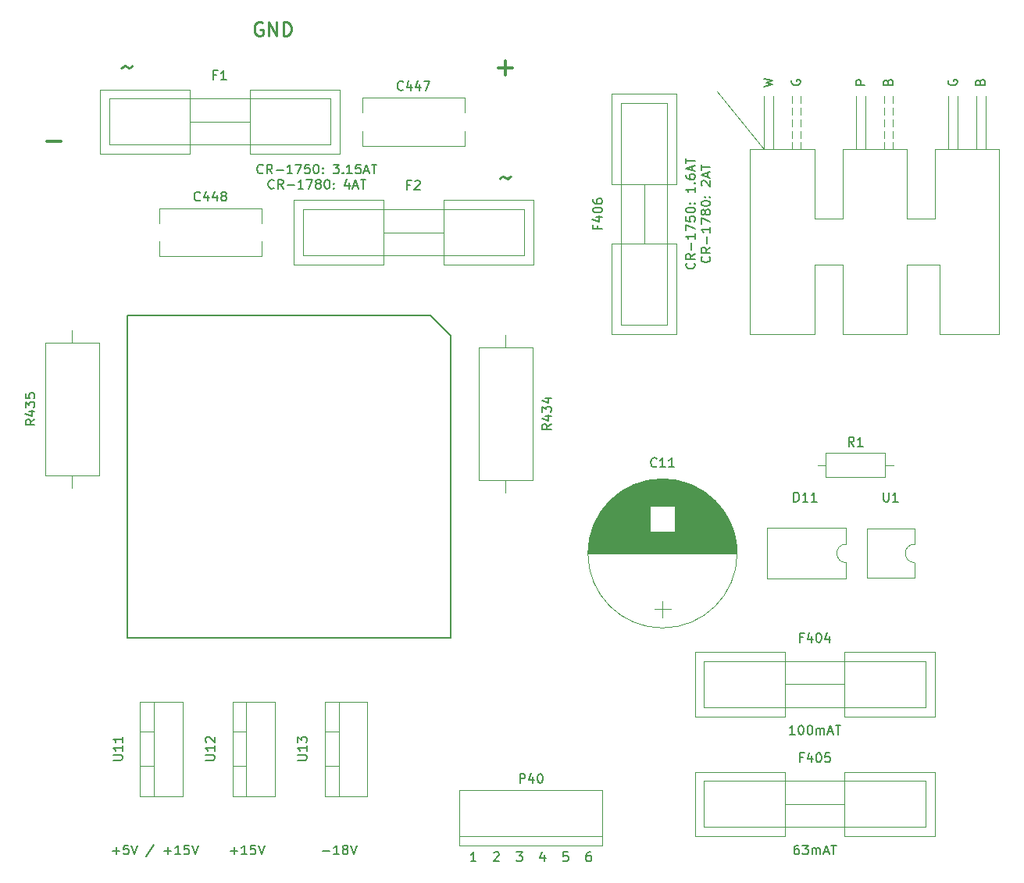
<source format=gbr>
%TF.GenerationSoftware,KiCad,Pcbnew,(5.1.7)-1*%
%TF.CreationDate,2021-11-13T12:13:23+01:00*%
%TF.ProjectId,cr-17xx-psu-board,63722d31-3778-4782-9d70-73752d626f61,rev?*%
%TF.SameCoordinates,Original*%
%TF.FileFunction,Legend,Top*%
%TF.FilePolarity,Positive*%
%FSLAX46Y46*%
G04 Gerber Fmt 4.6, Leading zero omitted, Abs format (unit mm)*
G04 Created by KiCad (PCBNEW (5.1.7)-1) date 2021-11-13 12:13:23*
%MOMM*%
%LPD*%
G01*
G04 APERTURE LIST*
%ADD10C,0.150000*%
%ADD11C,0.225000*%
%ADD12C,0.300000*%
%ADD13C,0.120000*%
G04 APERTURE END LIST*
D10*
X82190476Y-113202380D02*
X82000000Y-113202380D01*
X81904761Y-113250000D01*
X81857142Y-113297619D01*
X81761904Y-113440476D01*
X81714285Y-113630952D01*
X81714285Y-114011904D01*
X81761904Y-114107142D01*
X81809523Y-114154761D01*
X81904761Y-114202380D01*
X82095238Y-114202380D01*
X82190476Y-114154761D01*
X82238095Y-114107142D01*
X82285714Y-114011904D01*
X82285714Y-113773809D01*
X82238095Y-113678571D01*
X82190476Y-113630952D01*
X82095238Y-113583333D01*
X81904761Y-113583333D01*
X81809523Y-113630952D01*
X81761904Y-113678571D01*
X81714285Y-113773809D01*
X79738095Y-113202380D02*
X79261904Y-113202380D01*
X79214285Y-113678571D01*
X79261904Y-113630952D01*
X79357142Y-113583333D01*
X79595238Y-113583333D01*
X79690476Y-113630952D01*
X79738095Y-113678571D01*
X79785714Y-113773809D01*
X79785714Y-114011904D01*
X79738095Y-114107142D01*
X79690476Y-114154761D01*
X79595238Y-114202380D01*
X79357142Y-114202380D01*
X79261904Y-114154761D01*
X79214285Y-114107142D01*
X77190476Y-113535714D02*
X77190476Y-114202380D01*
X76952380Y-113154761D02*
X76714285Y-113869047D01*
X77333333Y-113869047D01*
X74166666Y-113202380D02*
X74785714Y-113202380D01*
X74452380Y-113583333D01*
X74595238Y-113583333D01*
X74690476Y-113630952D01*
X74738095Y-113678571D01*
X74785714Y-113773809D01*
X74785714Y-114011904D01*
X74738095Y-114107142D01*
X74690476Y-114154761D01*
X74595238Y-114202380D01*
X74309523Y-114202380D01*
X74214285Y-114154761D01*
X74166666Y-114107142D01*
X71714285Y-113297619D02*
X71761904Y-113250000D01*
X71857142Y-113202380D01*
X72095238Y-113202380D01*
X72190476Y-113250000D01*
X72238095Y-113297619D01*
X72285714Y-113392857D01*
X72285714Y-113488095D01*
X72238095Y-113630952D01*
X71666666Y-114202380D01*
X72285714Y-114202380D01*
X69785714Y-114202380D02*
X69214285Y-114202380D01*
X69500000Y-114202380D02*
X69500000Y-113202380D01*
X69404761Y-113345238D01*
X69309523Y-113440476D01*
X69214285Y-113488095D01*
D11*
X72345238Y-40178571D02*
X72464285Y-40059523D01*
X72702380Y-39940476D01*
X73178571Y-40178571D01*
X73416666Y-40059523D01*
X73535714Y-39940476D01*
X31345238Y-28178571D02*
X31464285Y-28059523D01*
X31702380Y-27940476D01*
X32178571Y-28178571D01*
X32416666Y-28059523D01*
X32535714Y-27940476D01*
X46607142Y-23250000D02*
X46464285Y-23178571D01*
X46250000Y-23178571D01*
X46035714Y-23250000D01*
X45892857Y-23392857D01*
X45821428Y-23535714D01*
X45750000Y-23821428D01*
X45750000Y-24035714D01*
X45821428Y-24321428D01*
X45892857Y-24464285D01*
X46035714Y-24607142D01*
X46250000Y-24678571D01*
X46392857Y-24678571D01*
X46607142Y-24607142D01*
X46678571Y-24535714D01*
X46678571Y-24035714D01*
X46392857Y-24035714D01*
X47321428Y-24678571D02*
X47321428Y-23178571D01*
X48178571Y-24678571D01*
X48178571Y-23178571D01*
X48892857Y-24678571D02*
X48892857Y-23178571D01*
X49250000Y-23178571D01*
X49464285Y-23250000D01*
X49607142Y-23392857D01*
X49678571Y-23535714D01*
X49750000Y-23821428D01*
X49750000Y-24035714D01*
X49678571Y-24321428D01*
X49607142Y-24464285D01*
X49464285Y-24607142D01*
X49250000Y-24678571D01*
X48892857Y-24678571D01*
D10*
X53188095Y-113071428D02*
X53950000Y-113071428D01*
X54950000Y-113452380D02*
X54378571Y-113452380D01*
X54664285Y-113452380D02*
X54664285Y-112452380D01*
X54569047Y-112595238D01*
X54473809Y-112690476D01*
X54378571Y-112738095D01*
X55521428Y-112880952D02*
X55426190Y-112833333D01*
X55378571Y-112785714D01*
X55330952Y-112690476D01*
X55330952Y-112642857D01*
X55378571Y-112547619D01*
X55426190Y-112500000D01*
X55521428Y-112452380D01*
X55711904Y-112452380D01*
X55807142Y-112500000D01*
X55854761Y-112547619D01*
X55902380Y-112642857D01*
X55902380Y-112690476D01*
X55854761Y-112785714D01*
X55807142Y-112833333D01*
X55711904Y-112880952D01*
X55521428Y-112880952D01*
X55426190Y-112928571D01*
X55378571Y-112976190D01*
X55330952Y-113071428D01*
X55330952Y-113261904D01*
X55378571Y-113357142D01*
X55426190Y-113404761D01*
X55521428Y-113452380D01*
X55711904Y-113452380D01*
X55807142Y-113404761D01*
X55854761Y-113357142D01*
X55902380Y-113261904D01*
X55902380Y-113071428D01*
X55854761Y-112976190D01*
X55807142Y-112928571D01*
X55711904Y-112880952D01*
X56188095Y-112452380D02*
X56521428Y-113452380D01*
X56854761Y-112452380D01*
X43188095Y-113071428D02*
X43950000Y-113071428D01*
X43569047Y-113452380D02*
X43569047Y-112690476D01*
X44950000Y-113452380D02*
X44378571Y-113452380D01*
X44664285Y-113452380D02*
X44664285Y-112452380D01*
X44569047Y-112595238D01*
X44473809Y-112690476D01*
X44378571Y-112738095D01*
X45854761Y-112452380D02*
X45378571Y-112452380D01*
X45330952Y-112928571D01*
X45378571Y-112880952D01*
X45473809Y-112833333D01*
X45711904Y-112833333D01*
X45807142Y-112880952D01*
X45854761Y-112928571D01*
X45902380Y-113023809D01*
X45902380Y-113261904D01*
X45854761Y-113357142D01*
X45807142Y-113404761D01*
X45711904Y-113452380D01*
X45473809Y-113452380D01*
X45378571Y-113404761D01*
X45330952Y-113357142D01*
X46188095Y-112452380D02*
X46521428Y-113452380D01*
X46854761Y-112452380D01*
X30378571Y-113071428D02*
X31140476Y-113071428D01*
X30759523Y-113452380D02*
X30759523Y-112690476D01*
X32092857Y-112452380D02*
X31616666Y-112452380D01*
X31569047Y-112928571D01*
X31616666Y-112880952D01*
X31711904Y-112833333D01*
X31950000Y-112833333D01*
X32045238Y-112880952D01*
X32092857Y-112928571D01*
X32140476Y-113023809D01*
X32140476Y-113261904D01*
X32092857Y-113357142D01*
X32045238Y-113404761D01*
X31950000Y-113452380D01*
X31711904Y-113452380D01*
X31616666Y-113404761D01*
X31569047Y-113357142D01*
X32426190Y-112452380D02*
X32759523Y-113452380D01*
X33092857Y-112452380D01*
X34902380Y-112404761D02*
X34045238Y-113690476D01*
X35997619Y-113071428D02*
X36759523Y-113071428D01*
X36378571Y-113452380D02*
X36378571Y-112690476D01*
X37759523Y-113452380D02*
X37188095Y-113452380D01*
X37473809Y-113452380D02*
X37473809Y-112452380D01*
X37378571Y-112595238D01*
X37283333Y-112690476D01*
X37188095Y-112738095D01*
X38664285Y-112452380D02*
X38188095Y-112452380D01*
X38140476Y-112928571D01*
X38188095Y-112880952D01*
X38283333Y-112833333D01*
X38521428Y-112833333D01*
X38616666Y-112880952D01*
X38664285Y-112928571D01*
X38711904Y-113023809D01*
X38711904Y-113261904D01*
X38664285Y-113357142D01*
X38616666Y-113404761D01*
X38521428Y-113452380D01*
X38283333Y-113452380D01*
X38188095Y-113404761D01*
X38140476Y-113357142D01*
X38997619Y-112452380D02*
X39330952Y-113452380D01*
X39664285Y-112452380D01*
X46690476Y-39532142D02*
X46642857Y-39579761D01*
X46500000Y-39627380D01*
X46404761Y-39627380D01*
X46261904Y-39579761D01*
X46166666Y-39484523D01*
X46119047Y-39389285D01*
X46071428Y-39198809D01*
X46071428Y-39055952D01*
X46119047Y-38865476D01*
X46166666Y-38770238D01*
X46261904Y-38675000D01*
X46404761Y-38627380D01*
X46500000Y-38627380D01*
X46642857Y-38675000D01*
X46690476Y-38722619D01*
X47690476Y-39627380D02*
X47357142Y-39151190D01*
X47119047Y-39627380D02*
X47119047Y-38627380D01*
X47500000Y-38627380D01*
X47595238Y-38675000D01*
X47642857Y-38722619D01*
X47690476Y-38817857D01*
X47690476Y-38960714D01*
X47642857Y-39055952D01*
X47595238Y-39103571D01*
X47500000Y-39151190D01*
X47119047Y-39151190D01*
X48119047Y-39246428D02*
X48880952Y-39246428D01*
X49880952Y-39627380D02*
X49309523Y-39627380D01*
X49595238Y-39627380D02*
X49595238Y-38627380D01*
X49500000Y-38770238D01*
X49404761Y-38865476D01*
X49309523Y-38913095D01*
X50214285Y-38627380D02*
X50880952Y-38627380D01*
X50452380Y-39627380D01*
X51738095Y-38627380D02*
X51261904Y-38627380D01*
X51214285Y-39103571D01*
X51261904Y-39055952D01*
X51357142Y-39008333D01*
X51595238Y-39008333D01*
X51690476Y-39055952D01*
X51738095Y-39103571D01*
X51785714Y-39198809D01*
X51785714Y-39436904D01*
X51738095Y-39532142D01*
X51690476Y-39579761D01*
X51595238Y-39627380D01*
X51357142Y-39627380D01*
X51261904Y-39579761D01*
X51214285Y-39532142D01*
X52404761Y-38627380D02*
X52500000Y-38627380D01*
X52595238Y-38675000D01*
X52642857Y-38722619D01*
X52690476Y-38817857D01*
X52738095Y-39008333D01*
X52738095Y-39246428D01*
X52690476Y-39436904D01*
X52642857Y-39532142D01*
X52595238Y-39579761D01*
X52500000Y-39627380D01*
X52404761Y-39627380D01*
X52309523Y-39579761D01*
X52261904Y-39532142D01*
X52214285Y-39436904D01*
X52166666Y-39246428D01*
X52166666Y-39008333D01*
X52214285Y-38817857D01*
X52261904Y-38722619D01*
X52309523Y-38675000D01*
X52404761Y-38627380D01*
X53166666Y-39532142D02*
X53214285Y-39579761D01*
X53166666Y-39627380D01*
X53119047Y-39579761D01*
X53166666Y-39532142D01*
X53166666Y-39627380D01*
X53166666Y-39008333D02*
X53214285Y-39055952D01*
X53166666Y-39103571D01*
X53119047Y-39055952D01*
X53166666Y-39008333D01*
X53166666Y-39103571D01*
X54309523Y-38627380D02*
X54928571Y-38627380D01*
X54595238Y-39008333D01*
X54738095Y-39008333D01*
X54833333Y-39055952D01*
X54880952Y-39103571D01*
X54928571Y-39198809D01*
X54928571Y-39436904D01*
X54880952Y-39532142D01*
X54833333Y-39579761D01*
X54738095Y-39627380D01*
X54452380Y-39627380D01*
X54357142Y-39579761D01*
X54309523Y-39532142D01*
X55357142Y-39532142D02*
X55404761Y-39579761D01*
X55357142Y-39627380D01*
X55309523Y-39579761D01*
X55357142Y-39532142D01*
X55357142Y-39627380D01*
X56357142Y-39627380D02*
X55785714Y-39627380D01*
X56071428Y-39627380D02*
X56071428Y-38627380D01*
X55976190Y-38770238D01*
X55880952Y-38865476D01*
X55785714Y-38913095D01*
X57261904Y-38627380D02*
X56785714Y-38627380D01*
X56738095Y-39103571D01*
X56785714Y-39055952D01*
X56880952Y-39008333D01*
X57119047Y-39008333D01*
X57214285Y-39055952D01*
X57261904Y-39103571D01*
X57309523Y-39198809D01*
X57309523Y-39436904D01*
X57261904Y-39532142D01*
X57214285Y-39579761D01*
X57119047Y-39627380D01*
X56880952Y-39627380D01*
X56785714Y-39579761D01*
X56738095Y-39532142D01*
X57690476Y-39341666D02*
X58166666Y-39341666D01*
X57595238Y-39627380D02*
X57928571Y-38627380D01*
X58261904Y-39627380D01*
X58452380Y-38627380D02*
X59023809Y-38627380D01*
X58738095Y-39627380D02*
X58738095Y-38627380D01*
X47880952Y-41182142D02*
X47833333Y-41229761D01*
X47690476Y-41277380D01*
X47595238Y-41277380D01*
X47452380Y-41229761D01*
X47357142Y-41134523D01*
X47309523Y-41039285D01*
X47261904Y-40848809D01*
X47261904Y-40705952D01*
X47309523Y-40515476D01*
X47357142Y-40420238D01*
X47452380Y-40325000D01*
X47595238Y-40277380D01*
X47690476Y-40277380D01*
X47833333Y-40325000D01*
X47880952Y-40372619D01*
X48880952Y-41277380D02*
X48547619Y-40801190D01*
X48309523Y-41277380D02*
X48309523Y-40277380D01*
X48690476Y-40277380D01*
X48785714Y-40325000D01*
X48833333Y-40372619D01*
X48880952Y-40467857D01*
X48880952Y-40610714D01*
X48833333Y-40705952D01*
X48785714Y-40753571D01*
X48690476Y-40801190D01*
X48309523Y-40801190D01*
X49309523Y-40896428D02*
X50071428Y-40896428D01*
X51071428Y-41277380D02*
X50499999Y-41277380D01*
X50785714Y-41277380D02*
X50785714Y-40277380D01*
X50690476Y-40420238D01*
X50595238Y-40515476D01*
X50499999Y-40563095D01*
X51404761Y-40277380D02*
X52071428Y-40277380D01*
X51642857Y-41277380D01*
X52595238Y-40705952D02*
X52499999Y-40658333D01*
X52452380Y-40610714D01*
X52404761Y-40515476D01*
X52404761Y-40467857D01*
X52452380Y-40372619D01*
X52499999Y-40325000D01*
X52595238Y-40277380D01*
X52785714Y-40277380D01*
X52880952Y-40325000D01*
X52928571Y-40372619D01*
X52976190Y-40467857D01*
X52976190Y-40515476D01*
X52928571Y-40610714D01*
X52880952Y-40658333D01*
X52785714Y-40705952D01*
X52595238Y-40705952D01*
X52499999Y-40753571D01*
X52452380Y-40801190D01*
X52404761Y-40896428D01*
X52404761Y-41086904D01*
X52452380Y-41182142D01*
X52499999Y-41229761D01*
X52595238Y-41277380D01*
X52785714Y-41277380D01*
X52880952Y-41229761D01*
X52928571Y-41182142D01*
X52976190Y-41086904D01*
X52976190Y-40896428D01*
X52928571Y-40801190D01*
X52880952Y-40753571D01*
X52785714Y-40705952D01*
X53595238Y-40277380D02*
X53690476Y-40277380D01*
X53785714Y-40325000D01*
X53833333Y-40372619D01*
X53880952Y-40467857D01*
X53928571Y-40658333D01*
X53928571Y-40896428D01*
X53880952Y-41086904D01*
X53833333Y-41182142D01*
X53785714Y-41229761D01*
X53690476Y-41277380D01*
X53595238Y-41277380D01*
X53499999Y-41229761D01*
X53452380Y-41182142D01*
X53404761Y-41086904D01*
X53357142Y-40896428D01*
X53357142Y-40658333D01*
X53404761Y-40467857D01*
X53452380Y-40372619D01*
X53499999Y-40325000D01*
X53595238Y-40277380D01*
X54357142Y-41182142D02*
X54404761Y-41229761D01*
X54357142Y-41277380D01*
X54309523Y-41229761D01*
X54357142Y-41182142D01*
X54357142Y-41277380D01*
X54357142Y-40658333D02*
X54404761Y-40705952D01*
X54357142Y-40753571D01*
X54309523Y-40705952D01*
X54357142Y-40658333D01*
X54357142Y-40753571D01*
X56023809Y-40610714D02*
X56023809Y-41277380D01*
X55785714Y-40229761D02*
X55547619Y-40944047D01*
X56166666Y-40944047D01*
X56499999Y-40991666D02*
X56976190Y-40991666D01*
X56404761Y-41277380D02*
X56738095Y-40277380D01*
X57071428Y-41277380D01*
X57261904Y-40277380D02*
X57833333Y-40277380D01*
X57547619Y-41277380D02*
X57547619Y-40277380D01*
D12*
X72238095Y-28142857D02*
X73761904Y-28142857D01*
X73000000Y-28904761D02*
X73000000Y-27380952D01*
X23238095Y-36142857D02*
X24761904Y-36142857D01*
D10*
X93432142Y-49333333D02*
X93479761Y-49380952D01*
X93527380Y-49523809D01*
X93527380Y-49619047D01*
X93479761Y-49761904D01*
X93384523Y-49857142D01*
X93289285Y-49904761D01*
X93098809Y-49952380D01*
X92955952Y-49952380D01*
X92765476Y-49904761D01*
X92670238Y-49857142D01*
X92575000Y-49761904D01*
X92527380Y-49619047D01*
X92527380Y-49523809D01*
X92575000Y-49380952D01*
X92622619Y-49333333D01*
X93527380Y-48333333D02*
X93051190Y-48666666D01*
X93527380Y-48904761D02*
X92527380Y-48904761D01*
X92527380Y-48523809D01*
X92575000Y-48428571D01*
X92622619Y-48380952D01*
X92717857Y-48333333D01*
X92860714Y-48333333D01*
X92955952Y-48380952D01*
X93003571Y-48428571D01*
X93051190Y-48523809D01*
X93051190Y-48904761D01*
X93146428Y-47904761D02*
X93146428Y-47142857D01*
X93527380Y-46142857D02*
X93527380Y-46714285D01*
X93527380Y-46428571D02*
X92527380Y-46428571D01*
X92670238Y-46523809D01*
X92765476Y-46619047D01*
X92813095Y-46714285D01*
X92527380Y-45809523D02*
X92527380Y-45142857D01*
X93527380Y-45571428D01*
X92527380Y-44285714D02*
X92527380Y-44761904D01*
X93003571Y-44809523D01*
X92955952Y-44761904D01*
X92908333Y-44666666D01*
X92908333Y-44428571D01*
X92955952Y-44333333D01*
X93003571Y-44285714D01*
X93098809Y-44238095D01*
X93336904Y-44238095D01*
X93432142Y-44285714D01*
X93479761Y-44333333D01*
X93527380Y-44428571D01*
X93527380Y-44666666D01*
X93479761Y-44761904D01*
X93432142Y-44809523D01*
X92527380Y-43619047D02*
X92527380Y-43523809D01*
X92575000Y-43428571D01*
X92622619Y-43380952D01*
X92717857Y-43333333D01*
X92908333Y-43285714D01*
X93146428Y-43285714D01*
X93336904Y-43333333D01*
X93432142Y-43380952D01*
X93479761Y-43428571D01*
X93527380Y-43523809D01*
X93527380Y-43619047D01*
X93479761Y-43714285D01*
X93432142Y-43761904D01*
X93336904Y-43809523D01*
X93146428Y-43857142D01*
X92908333Y-43857142D01*
X92717857Y-43809523D01*
X92622619Y-43761904D01*
X92575000Y-43714285D01*
X92527380Y-43619047D01*
X93432142Y-42857142D02*
X93479761Y-42809523D01*
X93527380Y-42857142D01*
X93479761Y-42904761D01*
X93432142Y-42857142D01*
X93527380Y-42857142D01*
X92908333Y-42857142D02*
X92955952Y-42809523D01*
X93003571Y-42857142D01*
X92955952Y-42904761D01*
X92908333Y-42857142D01*
X93003571Y-42857142D01*
X93527380Y-41095238D02*
X93527380Y-41666666D01*
X93527380Y-41380952D02*
X92527380Y-41380952D01*
X92670238Y-41476190D01*
X92765476Y-41571428D01*
X92813095Y-41666666D01*
X93432142Y-40666666D02*
X93479761Y-40619047D01*
X93527380Y-40666666D01*
X93479761Y-40714285D01*
X93432142Y-40666666D01*
X93527380Y-40666666D01*
X92527380Y-39761904D02*
X92527380Y-39952380D01*
X92575000Y-40047619D01*
X92622619Y-40095238D01*
X92765476Y-40190476D01*
X92955952Y-40238095D01*
X93336904Y-40238095D01*
X93432142Y-40190476D01*
X93479761Y-40142857D01*
X93527380Y-40047619D01*
X93527380Y-39857142D01*
X93479761Y-39761904D01*
X93432142Y-39714285D01*
X93336904Y-39666666D01*
X93098809Y-39666666D01*
X93003571Y-39714285D01*
X92955952Y-39761904D01*
X92908333Y-39857142D01*
X92908333Y-40047619D01*
X92955952Y-40142857D01*
X93003571Y-40190476D01*
X93098809Y-40238095D01*
X93241666Y-39285714D02*
X93241666Y-38809523D01*
X93527380Y-39380952D02*
X92527380Y-39047619D01*
X93527380Y-38714285D01*
X92527380Y-38523809D02*
X92527380Y-37952380D01*
X93527380Y-38238095D02*
X92527380Y-38238095D01*
X95082142Y-48619047D02*
X95129761Y-48666666D01*
X95177380Y-48809523D01*
X95177380Y-48904761D01*
X95129761Y-49047619D01*
X95034523Y-49142857D01*
X94939285Y-49190476D01*
X94748809Y-49238095D01*
X94605952Y-49238095D01*
X94415476Y-49190476D01*
X94320238Y-49142857D01*
X94225000Y-49047619D01*
X94177380Y-48904761D01*
X94177380Y-48809523D01*
X94225000Y-48666666D01*
X94272619Y-48619047D01*
X95177380Y-47619047D02*
X94701190Y-47952380D01*
X95177380Y-48190476D02*
X94177380Y-48190476D01*
X94177380Y-47809523D01*
X94225000Y-47714285D01*
X94272619Y-47666666D01*
X94367857Y-47619047D01*
X94510714Y-47619047D01*
X94605952Y-47666666D01*
X94653571Y-47714285D01*
X94701190Y-47809523D01*
X94701190Y-48190476D01*
X94796428Y-47190476D02*
X94796428Y-46428571D01*
X95177380Y-45428571D02*
X95177380Y-46000000D01*
X95177380Y-45714285D02*
X94177380Y-45714285D01*
X94320238Y-45809523D01*
X94415476Y-45904761D01*
X94463095Y-46000000D01*
X94177380Y-45095238D02*
X94177380Y-44428571D01*
X95177380Y-44857142D01*
X94605952Y-43904761D02*
X94558333Y-44000000D01*
X94510714Y-44047619D01*
X94415476Y-44095238D01*
X94367857Y-44095238D01*
X94272619Y-44047619D01*
X94225000Y-44000000D01*
X94177380Y-43904761D01*
X94177380Y-43714285D01*
X94225000Y-43619047D01*
X94272619Y-43571428D01*
X94367857Y-43523809D01*
X94415476Y-43523809D01*
X94510714Y-43571428D01*
X94558333Y-43619047D01*
X94605952Y-43714285D01*
X94605952Y-43904761D01*
X94653571Y-44000000D01*
X94701190Y-44047619D01*
X94796428Y-44095238D01*
X94986904Y-44095238D01*
X95082142Y-44047619D01*
X95129761Y-44000000D01*
X95177380Y-43904761D01*
X95177380Y-43714285D01*
X95129761Y-43619047D01*
X95082142Y-43571428D01*
X94986904Y-43523809D01*
X94796428Y-43523809D01*
X94701190Y-43571428D01*
X94653571Y-43619047D01*
X94605952Y-43714285D01*
X94177380Y-42904761D02*
X94177380Y-42809523D01*
X94225000Y-42714285D01*
X94272619Y-42666666D01*
X94367857Y-42619047D01*
X94558333Y-42571428D01*
X94796428Y-42571428D01*
X94986904Y-42619047D01*
X95082142Y-42666666D01*
X95129761Y-42714285D01*
X95177380Y-42809523D01*
X95177380Y-42904761D01*
X95129761Y-43000000D01*
X95082142Y-43047619D01*
X94986904Y-43095238D01*
X94796428Y-43142857D01*
X94558333Y-43142857D01*
X94367857Y-43095238D01*
X94272619Y-43047619D01*
X94225000Y-43000000D01*
X94177380Y-42904761D01*
X95082142Y-42142857D02*
X95129761Y-42095238D01*
X95177380Y-42142857D01*
X95129761Y-42190476D01*
X95082142Y-42142857D01*
X95177380Y-42142857D01*
X94558333Y-42142857D02*
X94605952Y-42095238D01*
X94653571Y-42142857D01*
X94605952Y-42190476D01*
X94558333Y-42142857D01*
X94653571Y-42142857D01*
X94272619Y-40952380D02*
X94225000Y-40904761D01*
X94177380Y-40809523D01*
X94177380Y-40571428D01*
X94225000Y-40476190D01*
X94272619Y-40428571D01*
X94367857Y-40380952D01*
X94463095Y-40380952D01*
X94605952Y-40428571D01*
X95177380Y-41000000D01*
X95177380Y-40380952D01*
X94891666Y-40000000D02*
X94891666Y-39523809D01*
X95177380Y-40095238D02*
X94177380Y-39761904D01*
X95177380Y-39428571D01*
X94177380Y-39238095D02*
X94177380Y-38666666D01*
X95177380Y-38952380D02*
X94177380Y-38952380D01*
X104357142Y-100452380D02*
X103785714Y-100452380D01*
X104071428Y-100452380D02*
X104071428Y-99452380D01*
X103976190Y-99595238D01*
X103880952Y-99690476D01*
X103785714Y-99738095D01*
X104976190Y-99452380D02*
X105071428Y-99452380D01*
X105166666Y-99500000D01*
X105214285Y-99547619D01*
X105261904Y-99642857D01*
X105309523Y-99833333D01*
X105309523Y-100071428D01*
X105261904Y-100261904D01*
X105214285Y-100357142D01*
X105166666Y-100404761D01*
X105071428Y-100452380D01*
X104976190Y-100452380D01*
X104880952Y-100404761D01*
X104833333Y-100357142D01*
X104785714Y-100261904D01*
X104738095Y-100071428D01*
X104738095Y-99833333D01*
X104785714Y-99642857D01*
X104833333Y-99547619D01*
X104880952Y-99500000D01*
X104976190Y-99452380D01*
X105928571Y-99452380D02*
X106023809Y-99452380D01*
X106119047Y-99500000D01*
X106166666Y-99547619D01*
X106214285Y-99642857D01*
X106261904Y-99833333D01*
X106261904Y-100071428D01*
X106214285Y-100261904D01*
X106166666Y-100357142D01*
X106119047Y-100404761D01*
X106023809Y-100452380D01*
X105928571Y-100452380D01*
X105833333Y-100404761D01*
X105785714Y-100357142D01*
X105738095Y-100261904D01*
X105690476Y-100071428D01*
X105690476Y-99833333D01*
X105738095Y-99642857D01*
X105785714Y-99547619D01*
X105833333Y-99500000D01*
X105928571Y-99452380D01*
X106690476Y-100452380D02*
X106690476Y-99785714D01*
X106690476Y-99880952D02*
X106738095Y-99833333D01*
X106833333Y-99785714D01*
X106976190Y-99785714D01*
X107071428Y-99833333D01*
X107119047Y-99928571D01*
X107119047Y-100452380D01*
X107119047Y-99928571D02*
X107166666Y-99833333D01*
X107261904Y-99785714D01*
X107404761Y-99785714D01*
X107500000Y-99833333D01*
X107547619Y-99928571D01*
X107547619Y-100452380D01*
X107976190Y-100166666D02*
X108452380Y-100166666D01*
X107880952Y-100452380D02*
X108214285Y-99452380D01*
X108547619Y-100452380D01*
X108738095Y-99452380D02*
X109309523Y-99452380D01*
X109023809Y-100452380D02*
X109023809Y-99452380D01*
X104738095Y-112452380D02*
X104547619Y-112452380D01*
X104452380Y-112500000D01*
X104404761Y-112547619D01*
X104309523Y-112690476D01*
X104261904Y-112880952D01*
X104261904Y-113261904D01*
X104309523Y-113357142D01*
X104357142Y-113404761D01*
X104452380Y-113452380D01*
X104642857Y-113452380D01*
X104738095Y-113404761D01*
X104785714Y-113357142D01*
X104833333Y-113261904D01*
X104833333Y-113023809D01*
X104785714Y-112928571D01*
X104738095Y-112880952D01*
X104642857Y-112833333D01*
X104452380Y-112833333D01*
X104357142Y-112880952D01*
X104309523Y-112928571D01*
X104261904Y-113023809D01*
X105166666Y-112452380D02*
X105785714Y-112452380D01*
X105452380Y-112833333D01*
X105595238Y-112833333D01*
X105690476Y-112880952D01*
X105738095Y-112928571D01*
X105785714Y-113023809D01*
X105785714Y-113261904D01*
X105738095Y-113357142D01*
X105690476Y-113404761D01*
X105595238Y-113452380D01*
X105309523Y-113452380D01*
X105214285Y-113404761D01*
X105166666Y-113357142D01*
X106214285Y-113452380D02*
X106214285Y-112785714D01*
X106214285Y-112880952D02*
X106261904Y-112833333D01*
X106357142Y-112785714D01*
X106500000Y-112785714D01*
X106595238Y-112833333D01*
X106642857Y-112928571D01*
X106642857Y-113452380D01*
X106642857Y-112928571D02*
X106690476Y-112833333D01*
X106785714Y-112785714D01*
X106928571Y-112785714D01*
X107023809Y-112833333D01*
X107071428Y-112928571D01*
X107071428Y-113452380D01*
X107500000Y-113166666D02*
X107976190Y-113166666D01*
X107404761Y-113452380D02*
X107738095Y-112452380D01*
X108071428Y-113452380D01*
X108261904Y-112452380D02*
X108833333Y-112452380D01*
X108547619Y-113452380D02*
X108547619Y-112452380D01*
D13*
X101000000Y-37000000D02*
X95900000Y-30700000D01*
D10*
X124428571Y-29678571D02*
X124476190Y-29535714D01*
X124523809Y-29488095D01*
X124619047Y-29440476D01*
X124761904Y-29440476D01*
X124857142Y-29488095D01*
X124904761Y-29535714D01*
X124952380Y-29630952D01*
X124952380Y-30011904D01*
X123952380Y-30011904D01*
X123952380Y-29678571D01*
X124000000Y-29583333D01*
X124047619Y-29535714D01*
X124142857Y-29488095D01*
X124238095Y-29488095D01*
X124333333Y-29535714D01*
X124380952Y-29583333D01*
X124428571Y-29678571D01*
X124428571Y-30011904D01*
X121000000Y-29488095D02*
X120952380Y-29583333D01*
X120952380Y-29726190D01*
X121000000Y-29869047D01*
X121095238Y-29964285D01*
X121190476Y-30011904D01*
X121380952Y-30059523D01*
X121523809Y-30059523D01*
X121714285Y-30011904D01*
X121809523Y-29964285D01*
X121904761Y-29869047D01*
X121952380Y-29726190D01*
X121952380Y-29630952D01*
X121904761Y-29488095D01*
X121857142Y-29440476D01*
X121523809Y-29440476D01*
X121523809Y-29630952D01*
X114428571Y-29678571D02*
X114476190Y-29535714D01*
X114523809Y-29488095D01*
X114619047Y-29440476D01*
X114761904Y-29440476D01*
X114857142Y-29488095D01*
X114904761Y-29535714D01*
X114952380Y-29630952D01*
X114952380Y-30011904D01*
X113952380Y-30011904D01*
X113952380Y-29678571D01*
X114000000Y-29583333D01*
X114047619Y-29535714D01*
X114142857Y-29488095D01*
X114238095Y-29488095D01*
X114333333Y-29535714D01*
X114380952Y-29583333D01*
X114428571Y-29678571D01*
X114428571Y-30011904D01*
X111952380Y-30011904D02*
X110952380Y-30011904D01*
X110952380Y-29630952D01*
X111000000Y-29535714D01*
X111047619Y-29488095D01*
X111142857Y-29440476D01*
X111285714Y-29440476D01*
X111380952Y-29488095D01*
X111428571Y-29535714D01*
X111476190Y-29630952D01*
X111476190Y-30011904D01*
X104000000Y-29488095D02*
X103952380Y-29583333D01*
X103952380Y-29726190D01*
X104000000Y-29869047D01*
X104095238Y-29964285D01*
X104190476Y-30011904D01*
X104380952Y-30059523D01*
X104523809Y-30059523D01*
X104714285Y-30011904D01*
X104809523Y-29964285D01*
X104904761Y-29869047D01*
X104952380Y-29726190D01*
X104952380Y-29630952D01*
X104904761Y-29488095D01*
X104857142Y-29440476D01*
X104523809Y-29440476D01*
X104523809Y-29630952D01*
X100952380Y-30178571D02*
X101952380Y-29940476D01*
X101238095Y-29750000D01*
X101952380Y-29559523D01*
X100952380Y-29321428D01*
D13*
X101000000Y-37000000D02*
X101000000Y-31250000D01*
X102000000Y-37000000D02*
X102000000Y-31250000D01*
X104000000Y-32000000D02*
X104000000Y-31250000D01*
X104000000Y-33250000D02*
X104000000Y-32500000D01*
X104000000Y-34500000D02*
X104000000Y-33750000D01*
X104000000Y-37000000D02*
X104000000Y-36250000D01*
X104000000Y-35750000D02*
X104000000Y-35000000D01*
X105000000Y-32000000D02*
X105000000Y-31250000D01*
X105000000Y-33250000D02*
X105000000Y-32500000D01*
X105000000Y-34500000D02*
X105000000Y-33750000D01*
X105000000Y-37000000D02*
X105000000Y-36250000D01*
X105000000Y-35750000D02*
X105000000Y-35000000D01*
X115000000Y-32000000D02*
X115000000Y-31250000D01*
X115000000Y-33250000D02*
X115000000Y-32500000D01*
X115000000Y-34500000D02*
X115000000Y-33750000D01*
X115000000Y-35750000D02*
X115000000Y-35000000D01*
X115000000Y-37000000D02*
X115000000Y-36250000D01*
X114000000Y-32000000D02*
X114000000Y-31250000D01*
X114000000Y-33250000D02*
X114000000Y-32500000D01*
X114000000Y-34500000D02*
X114000000Y-33750000D01*
X114000000Y-35750000D02*
X114000000Y-35000000D01*
X114000000Y-37000000D02*
X114000000Y-36250000D01*
X111000000Y-37000000D02*
X111000000Y-31250000D01*
X112000000Y-37000000D02*
X112000000Y-31250000D01*
X121000000Y-37000000D02*
X121000000Y-31250000D01*
X122000000Y-37000000D02*
X122000000Y-31250000D01*
X124000000Y-37000000D02*
X124000000Y-31250000D01*
X125000000Y-37000000D02*
X125000000Y-31250000D01*
X116500000Y-57000000D02*
X109500000Y-57000000D01*
X116500000Y-49500000D02*
X116500000Y-57000000D01*
X109500000Y-49500000D02*
X109500000Y-57000000D01*
X116500000Y-37000000D02*
X109500000Y-37000000D01*
X116500000Y-44500000D02*
X116500000Y-37000000D01*
X109500000Y-44500000D02*
X109500000Y-37000000D01*
X106500000Y-37000000D02*
X106500000Y-44500000D01*
X106500000Y-57000000D02*
X106500000Y-49500000D01*
X120000000Y-57000000D02*
X120000000Y-49500000D01*
X119500000Y-37000000D02*
X119500000Y-44500000D01*
X120000000Y-49500000D02*
X116500000Y-49500000D01*
X109500000Y-49500000D02*
X106500000Y-49500000D01*
X109500000Y-44500000D02*
X106500000Y-44500000D01*
X119500000Y-44500000D02*
X116500000Y-44500000D01*
X99500000Y-37000000D02*
X106500000Y-37000000D01*
X106500000Y-57000000D02*
X99500000Y-57000000D01*
X120000000Y-57000000D02*
X126500000Y-57000000D01*
X119500000Y-37000000D02*
X126500000Y-37000000D01*
X99500000Y-57000000D02*
X99500000Y-37000000D01*
X126500000Y-57000000D02*
X126500000Y-37000000D01*
X89100000Y-86860000D02*
X90900000Y-86860000D01*
X90000000Y-87760000D02*
X90000000Y-85960000D01*
X89637000Y-72729000D02*
X90363000Y-72729000D01*
X89141000Y-72769000D02*
X90859000Y-72769000D01*
X88836000Y-72809000D02*
X91164000Y-72809000D01*
X88595000Y-72849000D02*
X91405000Y-72849000D01*
X88390000Y-72889000D02*
X91610000Y-72889000D01*
X88208000Y-72929000D02*
X91792000Y-72929000D01*
X88044000Y-72969000D02*
X91956000Y-72969000D01*
X87893000Y-73009000D02*
X92107000Y-73009000D01*
X87752000Y-73049000D02*
X92248000Y-73049000D01*
X87621000Y-73089000D02*
X92379000Y-73089000D01*
X87497000Y-73129000D02*
X92503000Y-73129000D01*
X87379000Y-73169000D02*
X92621000Y-73169000D01*
X87267000Y-73209000D02*
X92733000Y-73209000D01*
X87159000Y-73249000D02*
X92841000Y-73249000D01*
X87057000Y-73289000D02*
X92943000Y-73289000D01*
X86958000Y-73329000D02*
X93042000Y-73329000D01*
X86862000Y-73369000D02*
X93138000Y-73369000D01*
X86770000Y-73409000D02*
X93230000Y-73409000D01*
X86681000Y-73449000D02*
X93319000Y-73449000D01*
X86595000Y-73489000D02*
X93405000Y-73489000D01*
X86511000Y-73529000D02*
X93489000Y-73529000D01*
X86430000Y-73569000D02*
X93570000Y-73569000D01*
X86351000Y-73609000D02*
X93649000Y-73609000D01*
X86274000Y-73649000D02*
X93726000Y-73649000D01*
X86198000Y-73689000D02*
X93802000Y-73689000D01*
X86125000Y-73729000D02*
X93875000Y-73729000D01*
X86054000Y-73769000D02*
X93946000Y-73769000D01*
X85984000Y-73809000D02*
X94016000Y-73809000D01*
X85916000Y-73849000D02*
X94084000Y-73849000D01*
X85849000Y-73889000D02*
X94151000Y-73889000D01*
X85783000Y-73929000D02*
X94217000Y-73929000D01*
X85719000Y-73969000D02*
X94281000Y-73969000D01*
X85657000Y-74009000D02*
X94343000Y-74009000D01*
X85595000Y-74049000D02*
X94405000Y-74049000D01*
X85535000Y-74089000D02*
X94465000Y-74089000D01*
X85476000Y-74129000D02*
X94524000Y-74129000D01*
X85418000Y-74169000D02*
X94582000Y-74169000D01*
X85361000Y-74209000D02*
X94639000Y-74209000D01*
X85305000Y-74249000D02*
X94695000Y-74249000D01*
X85250000Y-74289000D02*
X94750000Y-74289000D01*
X85196000Y-74329000D02*
X94804000Y-74329000D01*
X85143000Y-74369000D02*
X94857000Y-74369000D01*
X85091000Y-74409000D02*
X94909000Y-74409000D01*
X85040000Y-74449000D02*
X94960000Y-74449000D01*
X84989000Y-74489000D02*
X95011000Y-74489000D01*
X84940000Y-74529000D02*
X95060000Y-74529000D01*
X84891000Y-74569000D02*
X95109000Y-74569000D01*
X84843000Y-74609000D02*
X95157000Y-74609000D01*
X84795000Y-74649000D02*
X95205000Y-74649000D01*
X84749000Y-74689000D02*
X95251000Y-74689000D01*
X84703000Y-74729000D02*
X95297000Y-74729000D01*
X84657000Y-74769000D02*
X95343000Y-74769000D01*
X84613000Y-74809000D02*
X95387000Y-74809000D01*
X84569000Y-74849000D02*
X95431000Y-74849000D01*
X84526000Y-74889000D02*
X95474000Y-74889000D01*
X84483000Y-74929000D02*
X95517000Y-74929000D01*
X84441000Y-74969000D02*
X95559000Y-74969000D01*
X84400000Y-75009000D02*
X95600000Y-75009000D01*
X84359000Y-75049000D02*
X95641000Y-75049000D01*
X84319000Y-75089000D02*
X95681000Y-75089000D01*
X84279000Y-75129000D02*
X95721000Y-75129000D01*
X84240000Y-75169000D02*
X95760000Y-75169000D01*
X84201000Y-75209000D02*
X95799000Y-75209000D01*
X84163000Y-75249000D02*
X95837000Y-75249000D01*
X84125000Y-75289000D02*
X95875000Y-75289000D01*
X84088000Y-75329000D02*
X95912000Y-75329000D01*
X84052000Y-75369000D02*
X95948000Y-75369000D01*
X84016000Y-75409000D02*
X95984000Y-75409000D01*
X83980000Y-75449000D02*
X96020000Y-75449000D01*
X83945000Y-75489000D02*
X96055000Y-75489000D01*
X83910000Y-75529000D02*
X96090000Y-75529000D01*
X83876000Y-75569000D02*
X96124000Y-75569000D01*
X83842000Y-75609000D02*
X96158000Y-75609000D01*
X83809000Y-75649000D02*
X96191000Y-75649000D01*
X91380000Y-75689000D02*
X96224000Y-75689000D01*
X83776000Y-75689000D02*
X88620000Y-75689000D01*
X91380000Y-75729000D02*
X96257000Y-75729000D01*
X83743000Y-75729000D02*
X88620000Y-75729000D01*
X91380000Y-75769000D02*
X96289000Y-75769000D01*
X83711000Y-75769000D02*
X88620000Y-75769000D01*
X91380000Y-75809000D02*
X96320000Y-75809000D01*
X83680000Y-75809000D02*
X88620000Y-75809000D01*
X91380000Y-75849000D02*
X96352000Y-75849000D01*
X83648000Y-75849000D02*
X88620000Y-75849000D01*
X91380000Y-75889000D02*
X96382000Y-75889000D01*
X83618000Y-75889000D02*
X88620000Y-75889000D01*
X91380000Y-75929000D02*
X96413000Y-75929000D01*
X83587000Y-75929000D02*
X88620000Y-75929000D01*
X91380000Y-75969000D02*
X96443000Y-75969000D01*
X83557000Y-75969000D02*
X88620000Y-75969000D01*
X91380000Y-76009000D02*
X96473000Y-76009000D01*
X83527000Y-76009000D02*
X88620000Y-76009000D01*
X91380000Y-76049000D02*
X96502000Y-76049000D01*
X83498000Y-76049000D02*
X88620000Y-76049000D01*
X91380000Y-76089000D02*
X96531000Y-76089000D01*
X83469000Y-76089000D02*
X88620000Y-76089000D01*
X91380000Y-76129000D02*
X96559000Y-76129000D01*
X83441000Y-76129000D02*
X88620000Y-76129000D01*
X91380000Y-76169000D02*
X96588000Y-76169000D01*
X83412000Y-76169000D02*
X88620000Y-76169000D01*
X91380000Y-76209000D02*
X96615000Y-76209000D01*
X83385000Y-76209000D02*
X88620000Y-76209000D01*
X91380000Y-76249000D02*
X96643000Y-76249000D01*
X83357000Y-76249000D02*
X88620000Y-76249000D01*
X91380000Y-76289000D02*
X96670000Y-76289000D01*
X83330000Y-76289000D02*
X88620000Y-76289000D01*
X91380000Y-76329000D02*
X96697000Y-76329000D01*
X83303000Y-76329000D02*
X88620000Y-76329000D01*
X91380000Y-76369000D02*
X96723000Y-76369000D01*
X83277000Y-76369000D02*
X88620000Y-76369000D01*
X91380000Y-76409000D02*
X96749000Y-76409000D01*
X83251000Y-76409000D02*
X88620000Y-76409000D01*
X91380000Y-76449000D02*
X96775000Y-76449000D01*
X83225000Y-76449000D02*
X88620000Y-76449000D01*
X91380000Y-76489000D02*
X96801000Y-76489000D01*
X83199000Y-76489000D02*
X88620000Y-76489000D01*
X91380000Y-76529000D02*
X96826000Y-76529000D01*
X83174000Y-76529000D02*
X88620000Y-76529000D01*
X91380000Y-76569000D02*
X96850000Y-76569000D01*
X83150000Y-76569000D02*
X88620000Y-76569000D01*
X91380000Y-76609000D02*
X96875000Y-76609000D01*
X83125000Y-76609000D02*
X88620000Y-76609000D01*
X91380000Y-76649000D02*
X96899000Y-76649000D01*
X83101000Y-76649000D02*
X88620000Y-76649000D01*
X91380000Y-76689000D02*
X96923000Y-76689000D01*
X83077000Y-76689000D02*
X88620000Y-76689000D01*
X91380000Y-76729000D02*
X96946000Y-76729000D01*
X83054000Y-76729000D02*
X88620000Y-76729000D01*
X91380000Y-76769000D02*
X96970000Y-76769000D01*
X83030000Y-76769000D02*
X88620000Y-76769000D01*
X91380000Y-76809000D02*
X96992000Y-76809000D01*
X83008000Y-76809000D02*
X88620000Y-76809000D01*
X91380000Y-76849000D02*
X97015000Y-76849000D01*
X82985000Y-76849000D02*
X88620000Y-76849000D01*
X91380000Y-76889000D02*
X97037000Y-76889000D01*
X82963000Y-76889000D02*
X88620000Y-76889000D01*
X91380000Y-76929000D02*
X97059000Y-76929000D01*
X82941000Y-76929000D02*
X88620000Y-76929000D01*
X91380000Y-76969000D02*
X97081000Y-76969000D01*
X82919000Y-76969000D02*
X88620000Y-76969000D01*
X91380000Y-77009000D02*
X97102000Y-77009000D01*
X82898000Y-77009000D02*
X88620000Y-77009000D01*
X91380000Y-77049000D02*
X97124000Y-77049000D01*
X82876000Y-77049000D02*
X88620000Y-77049000D01*
X91380000Y-77089000D02*
X97144000Y-77089000D01*
X82856000Y-77089000D02*
X88620000Y-77089000D01*
X91380000Y-77129000D02*
X97165000Y-77129000D01*
X82835000Y-77129000D02*
X88620000Y-77129000D01*
X91380000Y-77169000D02*
X97185000Y-77169000D01*
X82815000Y-77169000D02*
X88620000Y-77169000D01*
X91380000Y-77209000D02*
X97205000Y-77209000D01*
X82795000Y-77209000D02*
X88620000Y-77209000D01*
X91380000Y-77249000D02*
X97225000Y-77249000D01*
X82775000Y-77249000D02*
X88620000Y-77249000D01*
X91380000Y-77289000D02*
X97245000Y-77289000D01*
X82755000Y-77289000D02*
X88620000Y-77289000D01*
X91380000Y-77329000D02*
X97264000Y-77329000D01*
X82736000Y-77329000D02*
X88620000Y-77329000D01*
X91380000Y-77369000D02*
X97283000Y-77369000D01*
X82717000Y-77369000D02*
X88620000Y-77369000D01*
X91380000Y-77409000D02*
X97301000Y-77409000D01*
X82699000Y-77409000D02*
X88620000Y-77409000D01*
X91380000Y-77449000D02*
X97320000Y-77449000D01*
X82680000Y-77449000D02*
X88620000Y-77449000D01*
X91380000Y-77489000D02*
X97338000Y-77489000D01*
X82662000Y-77489000D02*
X88620000Y-77489000D01*
X91380000Y-77529000D02*
X97356000Y-77529000D01*
X82644000Y-77529000D02*
X88620000Y-77529000D01*
X91380000Y-77569000D02*
X97373000Y-77569000D01*
X82627000Y-77569000D02*
X88620000Y-77569000D01*
X91380000Y-77609000D02*
X97391000Y-77609000D01*
X82609000Y-77609000D02*
X88620000Y-77609000D01*
X91380000Y-77649000D02*
X97408000Y-77649000D01*
X82592000Y-77649000D02*
X88620000Y-77649000D01*
X91380000Y-77689000D02*
X97425000Y-77689000D01*
X82575000Y-77689000D02*
X88620000Y-77689000D01*
X91380000Y-77729000D02*
X97441000Y-77729000D01*
X82559000Y-77729000D02*
X88620000Y-77729000D01*
X91380000Y-77769000D02*
X97458000Y-77769000D01*
X82542000Y-77769000D02*
X88620000Y-77769000D01*
X91380000Y-77809000D02*
X97474000Y-77809000D01*
X82526000Y-77809000D02*
X88620000Y-77809000D01*
X91380000Y-77849000D02*
X97490000Y-77849000D01*
X82510000Y-77849000D02*
X88620000Y-77849000D01*
X91380000Y-77889000D02*
X97505000Y-77889000D01*
X82495000Y-77889000D02*
X88620000Y-77889000D01*
X91380000Y-77929000D02*
X97521000Y-77929000D01*
X82479000Y-77929000D02*
X88620000Y-77929000D01*
X91380000Y-77969000D02*
X97536000Y-77969000D01*
X82464000Y-77969000D02*
X88620000Y-77969000D01*
X91380000Y-78009000D02*
X97550000Y-78009000D01*
X82450000Y-78009000D02*
X88620000Y-78009000D01*
X91380000Y-78049000D02*
X97565000Y-78049000D01*
X82435000Y-78049000D02*
X88620000Y-78049000D01*
X91380000Y-78089000D02*
X97580000Y-78089000D01*
X82420000Y-78089000D02*
X88620000Y-78089000D01*
X91380000Y-78129000D02*
X97594000Y-78129000D01*
X82406000Y-78129000D02*
X88620000Y-78129000D01*
X91380000Y-78169000D02*
X97608000Y-78169000D01*
X82392000Y-78169000D02*
X88620000Y-78169000D01*
X91380000Y-78209000D02*
X97621000Y-78209000D01*
X82379000Y-78209000D02*
X88620000Y-78209000D01*
X91380000Y-78249000D02*
X97635000Y-78249000D01*
X82365000Y-78249000D02*
X88620000Y-78249000D01*
X91380000Y-78289000D02*
X97648000Y-78289000D01*
X82352000Y-78289000D02*
X88620000Y-78289000D01*
X91380000Y-78329000D02*
X97661000Y-78329000D01*
X82339000Y-78329000D02*
X88620000Y-78329000D01*
X91380000Y-78369000D02*
X97674000Y-78369000D01*
X82326000Y-78369000D02*
X88620000Y-78369000D01*
X91380000Y-78409000D02*
X97686000Y-78409000D01*
X82314000Y-78409000D02*
X88620000Y-78409000D01*
X82301000Y-78449000D02*
X97699000Y-78449000D01*
X82289000Y-78489000D02*
X97711000Y-78489000D01*
X82277000Y-78529000D02*
X97723000Y-78529000D01*
X82266000Y-78569000D02*
X97734000Y-78569000D01*
X82254000Y-78609000D02*
X97746000Y-78609000D01*
X82243000Y-78649000D02*
X97757000Y-78649000D01*
X82232000Y-78689000D02*
X97768000Y-78689000D01*
X82221000Y-78729000D02*
X97779000Y-78729000D01*
X82211000Y-78769000D02*
X97789000Y-78769000D01*
X82201000Y-78809000D02*
X97799000Y-78809000D01*
X82191000Y-78849000D02*
X97809000Y-78849000D01*
X82181000Y-78889000D02*
X97819000Y-78889000D01*
X82171000Y-78929000D02*
X97829000Y-78929000D01*
X82162000Y-78969000D02*
X97838000Y-78969000D01*
X82152000Y-79009000D02*
X97848000Y-79009000D01*
X82143000Y-79049000D02*
X97857000Y-79049000D01*
X82134000Y-79089000D02*
X97866000Y-79089000D01*
X82126000Y-79129000D02*
X97874000Y-79129000D01*
X82117000Y-79169000D02*
X97883000Y-79169000D01*
X82109000Y-79209000D02*
X97891000Y-79209000D01*
X82101000Y-79249000D02*
X97899000Y-79249000D01*
X82094000Y-79289000D02*
X97906000Y-79289000D01*
X82086000Y-79329000D02*
X97914000Y-79329000D01*
X82079000Y-79369000D02*
X97921000Y-79369000D01*
X82072000Y-79409000D02*
X97928000Y-79409000D01*
X82065000Y-79449000D02*
X97935000Y-79449000D01*
X82058000Y-79489000D02*
X97942000Y-79489000D01*
X82051000Y-79529000D02*
X97949000Y-79529000D01*
X82045000Y-79569000D02*
X97955000Y-79569000D01*
X82039000Y-79609000D02*
X97961000Y-79609000D01*
X82033000Y-79649000D02*
X97967000Y-79649000D01*
X82027000Y-79689000D02*
X97973000Y-79689000D01*
X82022000Y-79729000D02*
X97978000Y-79729000D01*
X82017000Y-79769000D02*
X97983000Y-79769000D01*
X82012000Y-79809000D02*
X97988000Y-79809000D01*
X82007000Y-79849000D02*
X97993000Y-79849000D01*
X82002000Y-79889000D02*
X97998000Y-79889000D01*
X81998000Y-79929000D02*
X98002000Y-79929000D01*
X81993000Y-79969000D02*
X98007000Y-79969000D01*
X81989000Y-80009000D02*
X98011000Y-80009000D01*
X81985000Y-80049000D02*
X98015000Y-80049000D01*
X81982000Y-80089000D02*
X98018000Y-80089000D01*
X81978000Y-80130000D02*
X98022000Y-80130000D01*
X81975000Y-80170000D02*
X98025000Y-80170000D01*
X81972000Y-80210000D02*
X98028000Y-80210000D01*
X81969000Y-80250000D02*
X98031000Y-80250000D01*
X81966000Y-80290000D02*
X98034000Y-80290000D01*
X81964000Y-80330000D02*
X98036000Y-80330000D01*
X81961000Y-80370000D02*
X98039000Y-80370000D01*
X81959000Y-80410000D02*
X98041000Y-80410000D01*
X81958000Y-80450000D02*
X98042000Y-80450000D01*
X81956000Y-80490000D02*
X98044000Y-80490000D01*
X81954000Y-80530000D02*
X98046000Y-80530000D01*
X81953000Y-80570000D02*
X98047000Y-80570000D01*
X81952000Y-80610000D02*
X98048000Y-80610000D01*
X81951000Y-80650000D02*
X98049000Y-80650000D01*
X81950000Y-80690000D02*
X98050000Y-80690000D01*
X81950000Y-80730000D02*
X98050000Y-80730000D01*
X81950000Y-80770000D02*
X98050000Y-80770000D01*
X81949000Y-80810000D02*
X98051000Y-80810000D01*
X98090000Y-80810000D02*
G75*
G03*
X98090000Y-80810000I-8090000J0D01*
G01*
D10*
X67000000Y-90000000D02*
X32000000Y-90000000D01*
X32000000Y-90000000D02*
X32000000Y-55000000D01*
X67000000Y-57200000D02*
X67000000Y-90000000D01*
X64800000Y-55000000D02*
X67000000Y-57200000D01*
X32000000Y-55000000D02*
X64800000Y-55000000D01*
D13*
X109900000Y-79810000D02*
X109900000Y-78040000D01*
X109900000Y-78040000D02*
X101300000Y-78040000D01*
X101300000Y-78040000D02*
X101300000Y-83580000D01*
X101300000Y-83580000D02*
X109900000Y-83580000D01*
X109900000Y-83580000D02*
X109900000Y-81810000D01*
X109900000Y-81810000D02*
G75*
G02*
X109900000Y-79810000I0J1000000D01*
G01*
X53380000Y-107120000D02*
X53380000Y-96880000D01*
X58021000Y-107120000D02*
X58021000Y-96880000D01*
X53380000Y-107120000D02*
X58021000Y-107120000D01*
X53380000Y-96880000D02*
X58021000Y-96880000D01*
X54890000Y-107120000D02*
X54890000Y-96880000D01*
X53380000Y-103850000D02*
X54890000Y-103850000D01*
X53380000Y-100149000D02*
X54890000Y-100149000D01*
X117330000Y-79810000D02*
X117330000Y-78160000D01*
X117330000Y-78160000D02*
X112130000Y-78160000D01*
X112130000Y-78160000D02*
X112130000Y-83460000D01*
X112130000Y-83460000D02*
X117330000Y-83460000D01*
X117330000Y-83460000D02*
X117330000Y-81810000D01*
X117330000Y-81810000D02*
G75*
G02*
X117330000Y-79810000I0J1000000D01*
G01*
X114130000Y-72560000D02*
X114130000Y-69940000D01*
X114130000Y-69940000D02*
X107710000Y-69940000D01*
X107710000Y-69940000D02*
X107710000Y-72560000D01*
X107710000Y-72560000D02*
X114130000Y-72560000D01*
X115020000Y-71250000D02*
X114130000Y-71250000D01*
X106820000Y-71250000D02*
X107710000Y-71250000D01*
X43380000Y-107120000D02*
X43380000Y-96880000D01*
X48021000Y-107120000D02*
X48021000Y-96880000D01*
X43380000Y-107120000D02*
X48021000Y-107120000D01*
X43380000Y-96880000D02*
X48021000Y-96880000D01*
X44890000Y-107120000D02*
X44890000Y-96880000D01*
X43380000Y-103850000D02*
X44890000Y-103850000D01*
X43380000Y-100149000D02*
X44890000Y-100149000D01*
X33380000Y-107120000D02*
X33380000Y-96880000D01*
X38021000Y-107120000D02*
X38021000Y-96880000D01*
X33380000Y-107120000D02*
X38021000Y-107120000D01*
X33380000Y-96880000D02*
X38021000Y-96880000D01*
X34890000Y-107120000D02*
X34890000Y-96880000D01*
X33380000Y-103850000D02*
X34890000Y-103850000D01*
X33380000Y-100149000D02*
X34890000Y-100149000D01*
X66250000Y-46000000D02*
X59750000Y-46000000D01*
X66250000Y-42500000D02*
X66250000Y-49500000D01*
X75000000Y-49500000D02*
X66250000Y-49500000D01*
X75000000Y-42500000D02*
X66250000Y-42500000D01*
X52250000Y-48500000D02*
X51000000Y-48500000D01*
X52500000Y-43500000D02*
X51000000Y-43500000D01*
X64500000Y-48500000D02*
X52250000Y-48500000D01*
X64250000Y-43500000D02*
X52500000Y-43500000D01*
X75000000Y-48500000D02*
X64500000Y-48500000D01*
X75000000Y-43500000D02*
X64250000Y-43500000D01*
X75000000Y-43500000D02*
X75000000Y-48500000D01*
X76000000Y-42500000D02*
X75000000Y-42500000D01*
X76000000Y-42500000D02*
X76000000Y-49500000D01*
X76000000Y-49500000D02*
X75000000Y-49500000D01*
X51000000Y-43500000D02*
X51000000Y-48500000D01*
X59750000Y-42500000D02*
X50000000Y-42500000D01*
X50000000Y-42500000D02*
X50000000Y-49500000D01*
X59750000Y-49500000D02*
X50000000Y-49500000D01*
X59750000Y-42500000D02*
X59750000Y-49500000D01*
X38750000Y-34000000D02*
X45250000Y-34000000D01*
X38750000Y-37500000D02*
X38750000Y-30500000D01*
X30000000Y-30500000D02*
X38750000Y-30500000D01*
X30000000Y-37500000D02*
X38750000Y-37500000D01*
X52750000Y-31500000D02*
X54000000Y-31500000D01*
X52500000Y-36500000D02*
X54000000Y-36500000D01*
X40500000Y-31500000D02*
X52750000Y-31500000D01*
X40750000Y-36500000D02*
X52500000Y-36500000D01*
X30000000Y-31500000D02*
X40500000Y-31500000D01*
X30000000Y-36500000D02*
X40750000Y-36500000D01*
X30000000Y-36500000D02*
X30000000Y-31500000D01*
X29000000Y-37500000D02*
X30000000Y-37500000D01*
X29000000Y-37500000D02*
X29000000Y-30500000D01*
X29000000Y-30500000D02*
X30000000Y-30500000D01*
X54000000Y-36500000D02*
X54000000Y-31500000D01*
X45250000Y-37500000D02*
X55000000Y-37500000D01*
X55000000Y-37500000D02*
X55000000Y-30500000D01*
X45250000Y-30500000D02*
X55000000Y-30500000D01*
X45250000Y-37500000D02*
X45250000Y-30500000D01*
X26000000Y-73740000D02*
X26000000Y-72370000D01*
X26000000Y-56580000D02*
X26000000Y-57950000D01*
X28910000Y-72370000D02*
X28910000Y-57950000D01*
X23090000Y-72370000D02*
X28910000Y-72370000D01*
X23090000Y-57950000D02*
X23090000Y-72370000D01*
X28910000Y-57950000D02*
X23090000Y-57950000D01*
X73000000Y-74240000D02*
X73000000Y-72870000D01*
X73000000Y-57080000D02*
X73000000Y-58450000D01*
X75910000Y-72870000D02*
X75910000Y-58450000D01*
X70090000Y-72870000D02*
X75910000Y-72870000D01*
X70090000Y-58450000D02*
X70090000Y-72870000D01*
X75910000Y-58450000D02*
X70090000Y-58450000D01*
X35440000Y-45004000D02*
X35440000Y-43390000D01*
X35440000Y-48610000D02*
X35440000Y-46996000D01*
X46560000Y-45004000D02*
X46560000Y-43390000D01*
X46560000Y-48610000D02*
X46560000Y-46996000D01*
X46560000Y-43390000D02*
X35440000Y-43390000D01*
X46560000Y-48610000D02*
X35440000Y-48610000D01*
X68560000Y-34996000D02*
X68560000Y-36610000D01*
X68560000Y-31390000D02*
X68560000Y-33004000D01*
X57440000Y-34996000D02*
X57440000Y-36610000D01*
X57440000Y-31390000D02*
X57440000Y-33004000D01*
X57440000Y-36610000D02*
X68560000Y-36610000D01*
X57440000Y-31390000D02*
X68560000Y-31390000D01*
X88000000Y-40750000D02*
X88000000Y-47250000D01*
X84500000Y-40750000D02*
X91500000Y-40750000D01*
X91500000Y-32000000D02*
X91500000Y-40750000D01*
X84500000Y-32000000D02*
X84500000Y-40750000D01*
X90500000Y-54750000D02*
X90500000Y-56000000D01*
X85500000Y-54500000D02*
X85500000Y-56000000D01*
X90500000Y-42500000D02*
X90500000Y-54750000D01*
X85500000Y-42750000D02*
X85500000Y-54500000D01*
X90500000Y-32000000D02*
X90500000Y-42500000D01*
X85500000Y-32000000D02*
X85500000Y-42750000D01*
X85500000Y-32000000D02*
X90500000Y-32000000D01*
X84500000Y-31000000D02*
X84500000Y-32000000D01*
X84500000Y-31000000D02*
X91500000Y-31000000D01*
X91500000Y-31000000D02*
X91500000Y-32000000D01*
X85500000Y-56000000D02*
X90500000Y-56000000D01*
X84500000Y-47250000D02*
X84500000Y-57000000D01*
X84500000Y-57000000D02*
X91500000Y-57000000D01*
X91500000Y-47250000D02*
X91500000Y-57000000D01*
X84500000Y-47250000D02*
X91500000Y-47250000D01*
X83500000Y-106500000D02*
X68000000Y-106500000D01*
X83500000Y-111500000D02*
X68000000Y-111500000D01*
X68000000Y-112500000D02*
X83500000Y-112500000D01*
X83500000Y-112500000D02*
X83500000Y-106500000D01*
X68000000Y-112500000D02*
X68000000Y-106500000D01*
X103250000Y-104500000D02*
X103250000Y-111500000D01*
X103250000Y-111500000D02*
X93500000Y-111500000D01*
X93500000Y-104500000D02*
X93500000Y-111500000D01*
X103250000Y-104500000D02*
X93500000Y-104500000D01*
X94500000Y-105500000D02*
X94500000Y-110500000D01*
X119500000Y-111500000D02*
X118500000Y-111500000D01*
X119500000Y-104500000D02*
X119500000Y-111500000D01*
X119500000Y-104500000D02*
X118500000Y-104500000D01*
X118500000Y-105500000D02*
X118500000Y-110500000D01*
X118500000Y-105500000D02*
X107750000Y-105500000D01*
X118500000Y-110500000D02*
X108000000Y-110500000D01*
X107750000Y-105500000D02*
X96000000Y-105500000D01*
X108000000Y-110500000D02*
X95750000Y-110500000D01*
X96000000Y-105500000D02*
X94500000Y-105500000D01*
X95750000Y-110500000D02*
X94500000Y-110500000D01*
X118500000Y-104500000D02*
X109750000Y-104500000D01*
X118500000Y-111500000D02*
X109750000Y-111500000D01*
X109750000Y-104500000D02*
X109750000Y-111500000D01*
X109750000Y-108000000D02*
X103250000Y-108000000D01*
X103250000Y-91500000D02*
X103250000Y-98500000D01*
X103250000Y-98500000D02*
X93500000Y-98500000D01*
X93500000Y-91500000D02*
X93500000Y-98500000D01*
X103250000Y-91500000D02*
X93500000Y-91500000D01*
X94500000Y-92500000D02*
X94500000Y-97500000D01*
X119500000Y-98500000D02*
X118500000Y-98500000D01*
X119500000Y-91500000D02*
X119500000Y-98500000D01*
X119500000Y-91500000D02*
X118500000Y-91500000D01*
X118500000Y-92500000D02*
X118500000Y-97500000D01*
X118500000Y-92500000D02*
X107750000Y-92500000D01*
X118500000Y-97500000D02*
X108000000Y-97500000D01*
X107750000Y-92500000D02*
X96000000Y-92500000D01*
X108000000Y-97500000D02*
X95750000Y-97500000D01*
X96000000Y-92500000D02*
X94500000Y-92500000D01*
X95750000Y-97500000D02*
X94500000Y-97500000D01*
X118500000Y-91500000D02*
X109750000Y-91500000D01*
X118500000Y-98500000D02*
X109750000Y-98500000D01*
X109750000Y-91500000D02*
X109750000Y-98500000D01*
X109750000Y-95000000D02*
X103250000Y-95000000D01*
D10*
X89357142Y-71357142D02*
X89309523Y-71404761D01*
X89166666Y-71452380D01*
X89071428Y-71452380D01*
X88928571Y-71404761D01*
X88833333Y-71309523D01*
X88785714Y-71214285D01*
X88738095Y-71023809D01*
X88738095Y-70880952D01*
X88785714Y-70690476D01*
X88833333Y-70595238D01*
X88928571Y-70500000D01*
X89071428Y-70452380D01*
X89166666Y-70452380D01*
X89309523Y-70500000D01*
X89357142Y-70547619D01*
X90309523Y-71452380D02*
X89738095Y-71452380D01*
X90023809Y-71452380D02*
X90023809Y-70452380D01*
X89928571Y-70595238D01*
X89833333Y-70690476D01*
X89738095Y-70738095D01*
X91261904Y-71452380D02*
X90690476Y-71452380D01*
X90976190Y-71452380D02*
X90976190Y-70452380D01*
X90880952Y-70595238D01*
X90785714Y-70690476D01*
X90690476Y-70738095D01*
X104245714Y-75202380D02*
X104245714Y-74202380D01*
X104483809Y-74202380D01*
X104626666Y-74250000D01*
X104721904Y-74345238D01*
X104769523Y-74440476D01*
X104817142Y-74630952D01*
X104817142Y-74773809D01*
X104769523Y-74964285D01*
X104721904Y-75059523D01*
X104626666Y-75154761D01*
X104483809Y-75202380D01*
X104245714Y-75202380D01*
X105769523Y-75202380D02*
X105198095Y-75202380D01*
X105483809Y-75202380D02*
X105483809Y-74202380D01*
X105388571Y-74345238D01*
X105293333Y-74440476D01*
X105198095Y-74488095D01*
X106721904Y-75202380D02*
X106150476Y-75202380D01*
X106436190Y-75202380D02*
X106436190Y-74202380D01*
X106340952Y-74345238D01*
X106245714Y-74440476D01*
X106150476Y-74488095D01*
X50452380Y-103238095D02*
X51261904Y-103238095D01*
X51357142Y-103190476D01*
X51404761Y-103142857D01*
X51452380Y-103047619D01*
X51452380Y-102857142D01*
X51404761Y-102761904D01*
X51357142Y-102714285D01*
X51261904Y-102666666D01*
X50452380Y-102666666D01*
X51452380Y-101666666D02*
X51452380Y-102238095D01*
X51452380Y-101952380D02*
X50452380Y-101952380D01*
X50595238Y-102047619D01*
X50690476Y-102142857D01*
X50738095Y-102238095D01*
X50452380Y-101333333D02*
X50452380Y-100714285D01*
X50833333Y-101047619D01*
X50833333Y-100904761D01*
X50880952Y-100809523D01*
X50928571Y-100761904D01*
X51023809Y-100714285D01*
X51261904Y-100714285D01*
X51357142Y-100761904D01*
X51404761Y-100809523D01*
X51452380Y-100904761D01*
X51452380Y-101190476D01*
X51404761Y-101285714D01*
X51357142Y-101333333D01*
X113968095Y-74202380D02*
X113968095Y-75011904D01*
X114015714Y-75107142D01*
X114063333Y-75154761D01*
X114158571Y-75202380D01*
X114349047Y-75202380D01*
X114444285Y-75154761D01*
X114491904Y-75107142D01*
X114539523Y-75011904D01*
X114539523Y-74202380D01*
X115539523Y-75202380D02*
X114968095Y-75202380D01*
X115253809Y-75202380D02*
X115253809Y-74202380D01*
X115158571Y-74345238D01*
X115063333Y-74440476D01*
X114968095Y-74488095D01*
X110753333Y-69202380D02*
X110420000Y-68726190D01*
X110181904Y-69202380D02*
X110181904Y-68202380D01*
X110562857Y-68202380D01*
X110658095Y-68250000D01*
X110705714Y-68297619D01*
X110753333Y-68392857D01*
X110753333Y-68535714D01*
X110705714Y-68630952D01*
X110658095Y-68678571D01*
X110562857Y-68726190D01*
X110181904Y-68726190D01*
X111705714Y-69202380D02*
X111134285Y-69202380D01*
X111420000Y-69202380D02*
X111420000Y-68202380D01*
X111324761Y-68345238D01*
X111229523Y-68440476D01*
X111134285Y-68488095D01*
X40452380Y-103238095D02*
X41261904Y-103238095D01*
X41357142Y-103190476D01*
X41404761Y-103142857D01*
X41452380Y-103047619D01*
X41452380Y-102857142D01*
X41404761Y-102761904D01*
X41357142Y-102714285D01*
X41261904Y-102666666D01*
X40452380Y-102666666D01*
X41452380Y-101666666D02*
X41452380Y-102238095D01*
X41452380Y-101952380D02*
X40452380Y-101952380D01*
X40595238Y-102047619D01*
X40690476Y-102142857D01*
X40738095Y-102238095D01*
X40547619Y-101285714D02*
X40500000Y-101238095D01*
X40452380Y-101142857D01*
X40452380Y-100904761D01*
X40500000Y-100809523D01*
X40547619Y-100761904D01*
X40642857Y-100714285D01*
X40738095Y-100714285D01*
X40880952Y-100761904D01*
X41452380Y-101333333D01*
X41452380Y-100714285D01*
X30452380Y-103238095D02*
X31261904Y-103238095D01*
X31357142Y-103190476D01*
X31404761Y-103142857D01*
X31452380Y-103047619D01*
X31452380Y-102857142D01*
X31404761Y-102761904D01*
X31357142Y-102714285D01*
X31261904Y-102666666D01*
X30452380Y-102666666D01*
X31452380Y-101666666D02*
X31452380Y-102238095D01*
X31452380Y-101952380D02*
X30452380Y-101952380D01*
X30595238Y-102047619D01*
X30690476Y-102142857D01*
X30738095Y-102238095D01*
X31452380Y-100714285D02*
X31452380Y-101285714D01*
X31452380Y-101000000D02*
X30452380Y-101000000D01*
X30595238Y-101095238D01*
X30690476Y-101190476D01*
X30738095Y-101285714D01*
X62666666Y-40848571D02*
X62333333Y-40848571D01*
X62333333Y-41372380D02*
X62333333Y-40372380D01*
X62809523Y-40372380D01*
X63142857Y-40467619D02*
X63190476Y-40420000D01*
X63285714Y-40372380D01*
X63523809Y-40372380D01*
X63619047Y-40420000D01*
X63666666Y-40467619D01*
X63714285Y-40562857D01*
X63714285Y-40658095D01*
X63666666Y-40800952D01*
X63095238Y-41372380D01*
X63714285Y-41372380D01*
X41666666Y-28928571D02*
X41333333Y-28928571D01*
X41333333Y-29452380D02*
X41333333Y-28452380D01*
X41809523Y-28452380D01*
X42714285Y-29452380D02*
X42142857Y-29452380D01*
X42428571Y-29452380D02*
X42428571Y-28452380D01*
X42333333Y-28595238D01*
X42238095Y-28690476D01*
X42142857Y-28738095D01*
X21952380Y-66279047D02*
X21476190Y-66612380D01*
X21952380Y-66850476D02*
X20952380Y-66850476D01*
X20952380Y-66469523D01*
X21000000Y-66374285D01*
X21047619Y-66326666D01*
X21142857Y-66279047D01*
X21285714Y-66279047D01*
X21380952Y-66326666D01*
X21428571Y-66374285D01*
X21476190Y-66469523D01*
X21476190Y-66850476D01*
X21285714Y-65421904D02*
X21952380Y-65421904D01*
X20904761Y-65660000D02*
X21619047Y-65898095D01*
X21619047Y-65279047D01*
X20952380Y-64993333D02*
X20952380Y-64374285D01*
X21333333Y-64707619D01*
X21333333Y-64564761D01*
X21380952Y-64469523D01*
X21428571Y-64421904D01*
X21523809Y-64374285D01*
X21761904Y-64374285D01*
X21857142Y-64421904D01*
X21904761Y-64469523D01*
X21952380Y-64564761D01*
X21952380Y-64850476D01*
X21904761Y-64945714D01*
X21857142Y-64993333D01*
X20952380Y-63469523D02*
X20952380Y-63945714D01*
X21428571Y-63993333D01*
X21380952Y-63945714D01*
X21333333Y-63850476D01*
X21333333Y-63612380D01*
X21380952Y-63517142D01*
X21428571Y-63469523D01*
X21523809Y-63421904D01*
X21761904Y-63421904D01*
X21857142Y-63469523D01*
X21904761Y-63517142D01*
X21952380Y-63612380D01*
X21952380Y-63850476D01*
X21904761Y-63945714D01*
X21857142Y-63993333D01*
X77952380Y-66779047D02*
X77476190Y-67112380D01*
X77952380Y-67350476D02*
X76952380Y-67350476D01*
X76952380Y-66969523D01*
X77000000Y-66874285D01*
X77047619Y-66826666D01*
X77142857Y-66779047D01*
X77285714Y-66779047D01*
X77380952Y-66826666D01*
X77428571Y-66874285D01*
X77476190Y-66969523D01*
X77476190Y-67350476D01*
X77285714Y-65921904D02*
X77952380Y-65921904D01*
X76904761Y-66160000D02*
X77619047Y-66398095D01*
X77619047Y-65779047D01*
X76952380Y-65493333D02*
X76952380Y-64874285D01*
X77333333Y-65207619D01*
X77333333Y-65064761D01*
X77380952Y-64969523D01*
X77428571Y-64921904D01*
X77523809Y-64874285D01*
X77761904Y-64874285D01*
X77857142Y-64921904D01*
X77904761Y-64969523D01*
X77952380Y-65064761D01*
X77952380Y-65350476D01*
X77904761Y-65445714D01*
X77857142Y-65493333D01*
X77285714Y-64017142D02*
X77952380Y-64017142D01*
X76904761Y-64255238D02*
X77619047Y-64493333D01*
X77619047Y-63874285D01*
X39880952Y-42497142D02*
X39833333Y-42544761D01*
X39690476Y-42592380D01*
X39595238Y-42592380D01*
X39452380Y-42544761D01*
X39357142Y-42449523D01*
X39309523Y-42354285D01*
X39261904Y-42163809D01*
X39261904Y-42020952D01*
X39309523Y-41830476D01*
X39357142Y-41735238D01*
X39452380Y-41640000D01*
X39595238Y-41592380D01*
X39690476Y-41592380D01*
X39833333Y-41640000D01*
X39880952Y-41687619D01*
X40738095Y-41925714D02*
X40738095Y-42592380D01*
X40500000Y-41544761D02*
X40261904Y-42259047D01*
X40880952Y-42259047D01*
X41690476Y-41925714D02*
X41690476Y-42592380D01*
X41452380Y-41544761D02*
X41214285Y-42259047D01*
X41833333Y-42259047D01*
X42357142Y-42020952D02*
X42261904Y-41973333D01*
X42214285Y-41925714D01*
X42166666Y-41830476D01*
X42166666Y-41782857D01*
X42214285Y-41687619D01*
X42261904Y-41640000D01*
X42357142Y-41592380D01*
X42547619Y-41592380D01*
X42642857Y-41640000D01*
X42690476Y-41687619D01*
X42738095Y-41782857D01*
X42738095Y-41830476D01*
X42690476Y-41925714D01*
X42642857Y-41973333D01*
X42547619Y-42020952D01*
X42357142Y-42020952D01*
X42261904Y-42068571D01*
X42214285Y-42116190D01*
X42166666Y-42211428D01*
X42166666Y-42401904D01*
X42214285Y-42497142D01*
X42261904Y-42544761D01*
X42357142Y-42592380D01*
X42547619Y-42592380D01*
X42642857Y-42544761D01*
X42690476Y-42497142D01*
X42738095Y-42401904D01*
X42738095Y-42211428D01*
X42690476Y-42116190D01*
X42642857Y-42068571D01*
X42547619Y-42020952D01*
X61880952Y-30497142D02*
X61833333Y-30544761D01*
X61690476Y-30592380D01*
X61595238Y-30592380D01*
X61452380Y-30544761D01*
X61357142Y-30449523D01*
X61309523Y-30354285D01*
X61261904Y-30163809D01*
X61261904Y-30020952D01*
X61309523Y-29830476D01*
X61357142Y-29735238D01*
X61452380Y-29640000D01*
X61595238Y-29592380D01*
X61690476Y-29592380D01*
X61833333Y-29640000D01*
X61880952Y-29687619D01*
X62738095Y-29925714D02*
X62738095Y-30592380D01*
X62500000Y-29544761D02*
X62261904Y-30259047D01*
X62880952Y-30259047D01*
X63690476Y-29925714D02*
X63690476Y-30592380D01*
X63452380Y-29544761D02*
X63214285Y-30259047D01*
X63833333Y-30259047D01*
X64119047Y-29592380D02*
X64785714Y-29592380D01*
X64357142Y-30592380D01*
X82928571Y-45285714D02*
X82928571Y-45619047D01*
X83452380Y-45619047D02*
X82452380Y-45619047D01*
X82452380Y-45142857D01*
X82785714Y-44333333D02*
X83452380Y-44333333D01*
X82404761Y-44571428D02*
X83119047Y-44809523D01*
X83119047Y-44190476D01*
X82452380Y-43619047D02*
X82452380Y-43523809D01*
X82500000Y-43428571D01*
X82547619Y-43380952D01*
X82642857Y-43333333D01*
X82833333Y-43285714D01*
X83071428Y-43285714D01*
X83261904Y-43333333D01*
X83357142Y-43380952D01*
X83404761Y-43428571D01*
X83452380Y-43523809D01*
X83452380Y-43619047D01*
X83404761Y-43714285D01*
X83357142Y-43761904D01*
X83261904Y-43809523D01*
X83071428Y-43857142D01*
X82833333Y-43857142D01*
X82642857Y-43809523D01*
X82547619Y-43761904D01*
X82500000Y-43714285D01*
X82452380Y-43619047D01*
X82452380Y-42428571D02*
X82452380Y-42619047D01*
X82500000Y-42714285D01*
X82547619Y-42761904D01*
X82690476Y-42857142D01*
X82880952Y-42904761D01*
X83261904Y-42904761D01*
X83357142Y-42857142D01*
X83404761Y-42809523D01*
X83452380Y-42714285D01*
X83452380Y-42523809D01*
X83404761Y-42428571D01*
X83357142Y-42380952D01*
X83261904Y-42333333D01*
X83023809Y-42333333D01*
X82928571Y-42380952D01*
X82880952Y-42428571D01*
X82833333Y-42523809D01*
X82833333Y-42714285D01*
X82880952Y-42809523D01*
X82928571Y-42857142D01*
X83023809Y-42904761D01*
X74535714Y-105702380D02*
X74535714Y-104702380D01*
X74916666Y-104702380D01*
X75011904Y-104750000D01*
X75059523Y-104797619D01*
X75107142Y-104892857D01*
X75107142Y-105035714D01*
X75059523Y-105130952D01*
X75011904Y-105178571D01*
X74916666Y-105226190D01*
X74535714Y-105226190D01*
X75964285Y-105035714D02*
X75964285Y-105702380D01*
X75726190Y-104654761D02*
X75488095Y-105369047D01*
X76107142Y-105369047D01*
X76678571Y-104702380D02*
X76773809Y-104702380D01*
X76869047Y-104750000D01*
X76916666Y-104797619D01*
X76964285Y-104892857D01*
X77011904Y-105083333D01*
X77011904Y-105321428D01*
X76964285Y-105511904D01*
X76916666Y-105607142D01*
X76869047Y-105654761D01*
X76773809Y-105702380D01*
X76678571Y-105702380D01*
X76583333Y-105654761D01*
X76535714Y-105607142D01*
X76488095Y-105511904D01*
X76440476Y-105321428D01*
X76440476Y-105083333D01*
X76488095Y-104892857D01*
X76535714Y-104797619D01*
X76583333Y-104750000D01*
X76678571Y-104702380D01*
X105214285Y-102928571D02*
X104880952Y-102928571D01*
X104880952Y-103452380D02*
X104880952Y-102452380D01*
X105357142Y-102452380D01*
X106166666Y-102785714D02*
X106166666Y-103452380D01*
X105928571Y-102404761D02*
X105690476Y-103119047D01*
X106309523Y-103119047D01*
X106880952Y-102452380D02*
X106976190Y-102452380D01*
X107071428Y-102500000D01*
X107119047Y-102547619D01*
X107166666Y-102642857D01*
X107214285Y-102833333D01*
X107214285Y-103071428D01*
X107166666Y-103261904D01*
X107119047Y-103357142D01*
X107071428Y-103404761D01*
X106976190Y-103452380D01*
X106880952Y-103452380D01*
X106785714Y-103404761D01*
X106738095Y-103357142D01*
X106690476Y-103261904D01*
X106642857Y-103071428D01*
X106642857Y-102833333D01*
X106690476Y-102642857D01*
X106738095Y-102547619D01*
X106785714Y-102500000D01*
X106880952Y-102452380D01*
X108119047Y-102452380D02*
X107642857Y-102452380D01*
X107595238Y-102928571D01*
X107642857Y-102880952D01*
X107738095Y-102833333D01*
X107976190Y-102833333D01*
X108071428Y-102880952D01*
X108119047Y-102928571D01*
X108166666Y-103023809D01*
X108166666Y-103261904D01*
X108119047Y-103357142D01*
X108071428Y-103404761D01*
X107976190Y-103452380D01*
X107738095Y-103452380D01*
X107642857Y-103404761D01*
X107595238Y-103357142D01*
X105214285Y-89928571D02*
X104880952Y-89928571D01*
X104880952Y-90452380D02*
X104880952Y-89452380D01*
X105357142Y-89452380D01*
X106166666Y-89785714D02*
X106166666Y-90452380D01*
X105928571Y-89404761D02*
X105690476Y-90119047D01*
X106309523Y-90119047D01*
X106880952Y-89452380D02*
X106976190Y-89452380D01*
X107071428Y-89500000D01*
X107119047Y-89547619D01*
X107166666Y-89642857D01*
X107214285Y-89833333D01*
X107214285Y-90071428D01*
X107166666Y-90261904D01*
X107119047Y-90357142D01*
X107071428Y-90404761D01*
X106976190Y-90452380D01*
X106880952Y-90452380D01*
X106785714Y-90404761D01*
X106738095Y-90357142D01*
X106690476Y-90261904D01*
X106642857Y-90071428D01*
X106642857Y-89833333D01*
X106690476Y-89642857D01*
X106738095Y-89547619D01*
X106785714Y-89500000D01*
X106880952Y-89452380D01*
X108071428Y-89785714D02*
X108071428Y-90452380D01*
X107833333Y-89404761D02*
X107595238Y-90119047D01*
X108214285Y-90119047D01*
M02*

</source>
